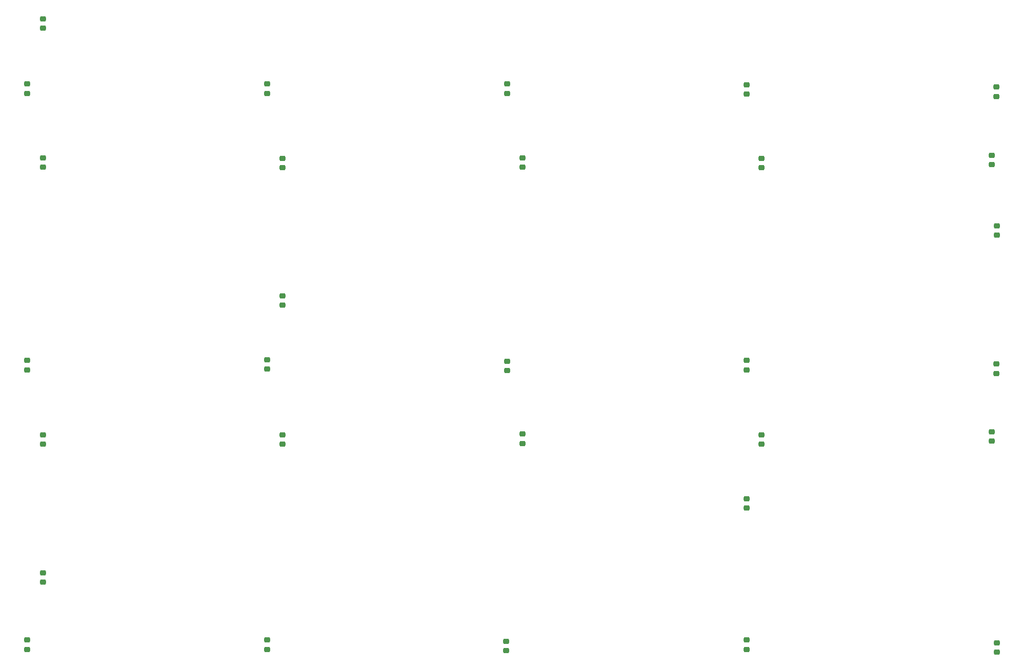
<source format=gbr>
%TF.GenerationSoftware,KiCad,Pcbnew,7.0.6*%
%TF.CreationDate,2024-01-17T22:25:56+01:00*%
%TF.ProjectId,FT24-AMS-Slave_v1-VTSENS,46543234-2d41-44d5-932d-536c6176655f,rev?*%
%TF.SameCoordinates,Original*%
%TF.FileFunction,Paste,Top*%
%TF.FilePolarity,Positive*%
%FSLAX46Y46*%
G04 Gerber Fmt 4.6, Leading zero omitted, Abs format (unit mm)*
G04 Created by KiCad (PCBNEW 7.0.6) date 2024-01-17 22:25:56*
%MOMM*%
%LPD*%
G01*
G04 APERTURE LIST*
G04 Aperture macros list*
%AMRoundRect*
0 Rectangle with rounded corners*
0 $1 Rounding radius*
0 $2 $3 $4 $5 $6 $7 $8 $9 X,Y pos of 4 corners*
0 Add a 4 corners polygon primitive as box body*
4,1,4,$2,$3,$4,$5,$6,$7,$8,$9,$2,$3,0*
0 Add four circle primitives for the rounded corners*
1,1,$1+$1,$2,$3*
1,1,$1+$1,$4,$5*
1,1,$1+$1,$6,$7*
1,1,$1+$1,$8,$9*
0 Add four rect primitives between the rounded corners*
20,1,$1+$1,$2,$3,$4,$5,0*
20,1,$1+$1,$4,$5,$6,$7,0*
20,1,$1+$1,$6,$7,$8,$9,0*
20,1,$1+$1,$8,$9,$2,$3,0*%
G04 Aperture macros list end*
%ADD10RoundRect,0.225000X0.250000X-0.225000X0.250000X0.225000X-0.250000X0.225000X-0.250000X-0.225000X0*%
%ADD11RoundRect,0.225000X-0.250000X0.225000X-0.250000X-0.225000X0.250000X-0.225000X0.250000X0.225000X0*%
G04 APERTURE END LIST*
D10*
%TO.C,C25*%
X69000000Y-132575000D03*
X69000000Y-131025000D03*
%TD*%
D11*
%TO.C,C12*%
X185400000Y-50125000D03*
X185400000Y-51675000D03*
%TD*%
D10*
%TO.C,C9*%
X187900000Y-109675000D03*
X187900000Y-108125000D03*
%TD*%
D11*
%TO.C,C10*%
X185400000Y-95825000D03*
X185400000Y-97375000D03*
%TD*%
D10*
%TO.C,C22*%
X108600000Y-63875000D03*
X108600000Y-62325000D03*
%TD*%
D11*
%TO.C,C1*%
X226800000Y-142625000D03*
X226800000Y-144175000D03*
%TD*%
%TO.C,C6*%
X226700000Y-50525000D03*
X226700000Y-52075000D03*
%TD*%
%TO.C,C3*%
X226700000Y-96425000D03*
X226700000Y-97975000D03*
%TD*%
D10*
%TO.C,C21*%
X108600000Y-86675000D03*
X108600000Y-85125000D03*
%TD*%
D11*
%TO.C,C29*%
X66400000Y-50025000D03*
X66400000Y-51575000D03*
%TD*%
%TO.C,C8*%
X185400000Y-118725000D03*
X185400000Y-120275000D03*
%TD*%
%TO.C,C23*%
X106100000Y-50025000D03*
X106100000Y-51575000D03*
%TD*%
%TO.C,C20*%
X106100000Y-95725000D03*
X106100000Y-97275000D03*
%TD*%
%TO.C,C13*%
X145600000Y-142325000D03*
X145600000Y-143875000D03*
%TD*%
%TO.C,C18*%
X106100000Y-142125000D03*
X106100000Y-143675000D03*
%TD*%
%TO.C,C17*%
X145800000Y-50025000D03*
X145800000Y-51575000D03*
%TD*%
D10*
%TO.C,C5*%
X226000000Y-63375000D03*
X226000000Y-61825000D03*
%TD*%
D11*
%TO.C,C4*%
X226800000Y-73525000D03*
X226800000Y-75075000D03*
%TD*%
%TO.C,C27*%
X66400000Y-95825000D03*
X66400000Y-97375000D03*
%TD*%
D10*
%TO.C,C2*%
X226000000Y-109175000D03*
X226000000Y-107625000D03*
%TD*%
%TO.C,C11*%
X187900000Y-63875000D03*
X187900000Y-62325000D03*
%TD*%
D11*
%TO.C,C7*%
X185400000Y-142125000D03*
X185400000Y-143675000D03*
%TD*%
%TO.C,C24*%
X66400000Y-142125000D03*
X66400000Y-143675000D03*
%TD*%
%TO.C,C15*%
X145800000Y-95925000D03*
X145800000Y-97475000D03*
%TD*%
D10*
%TO.C,C26*%
X69000000Y-109675000D03*
X69000000Y-108125000D03*
%TD*%
%TO.C,C16*%
X148300000Y-63775000D03*
X148300000Y-62225000D03*
%TD*%
%TO.C,C14*%
X148300000Y-109575000D03*
X148300000Y-108025000D03*
%TD*%
%TO.C,C19*%
X108600000Y-109675000D03*
X108600000Y-108125000D03*
%TD*%
D11*
%TO.C,C30*%
X69000000Y-39225000D03*
X69000000Y-40775000D03*
%TD*%
D10*
%TO.C,C28*%
X69000000Y-63775000D03*
X69000000Y-62225000D03*
%TD*%
M02*

</source>
